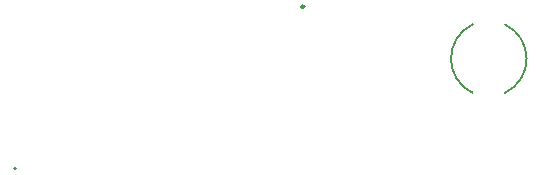
<source format=gbr>
%TF.GenerationSoftware,Altium Limited,Altium Designer,23.4.1 (23)*%
G04 Layer_Color=32896*
%FSLAX45Y45*%
%MOMM*%
%TF.SameCoordinates,EC373B95-F81A-4979-A11E-F0651E9AEA0C*%
%TF.FilePolarity,Positive*%
%TF.FileFunction,Legend,Bot*%
%TF.Part,Single*%
G01*
G75*
%TA.AperFunction,NonConductor*%
%ADD29C,0.20000*%
%ADD36C,0.25000*%
D29*
X5035238Y2809981D02*
G03*
X5035238Y3390019I-135238J290019D01*
G01*
X4764762D02*
G03*
X4764762Y2809981I135238J-290019D01*
G01*
X900000Y2170000D02*
G03*
X900000Y2170000I-10000J0D01*
G01*
D02*
G03*
X900000Y2170000I-10000J0D01*
G01*
D36*
X3337500Y3540000D02*
G03*
X3337500Y3540000I-12500J0D01*
G01*
%TF.MD5,c6ba4617b97878d01e3b723d9f98163e*%
M02*

</source>
